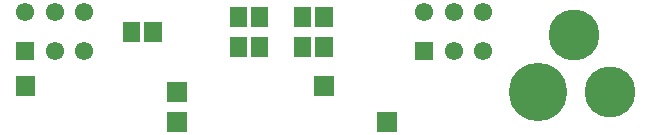
<source format=gbr>
G04 start of page 6 for group -4063 idx -4063 *
G04 Title: (unknown), componentmask *
G04 Creator: pcb 20110918 *
G04 CreationDate: Sat 30 Jan 2016 03:31:44 AM GMT UTC *
G04 For: railfan *
G04 Format: Gerber/RS-274X *
G04 PCB-Dimensions: 250000 50000 *
G04 PCB-Coordinate-Origin: lower left *
%MOIN*%
%FSLAX25Y25*%
%LNTOPMASK*%
%ADD43R,0.0572X0.0572*%
%ADD42C,0.0610*%
%ADD41C,0.0001*%
%ADD40C,0.1700*%
%ADD39C,0.1950*%
G54D39*X196000Y17500D03*
G54D40*X220000D03*
X208000Y36500D03*
G54D41*G36*
X121200Y22800D02*Y16200D01*
X127800D01*
Y22800D01*
X121200D01*
G37*
G36*
X142200Y10800D02*Y4200D01*
X148800D01*
Y10800D01*
X142200D01*
G37*
G36*
X154824Y34058D02*Y27958D01*
X160924D01*
Y34058D01*
X154824D01*
G37*
G54D42*X167717Y31008D03*
X177559D03*
X157874Y44000D03*
X167717D03*
X177559D03*
G54D41*G36*
X21824Y34058D02*Y27958D01*
X27924D01*
Y34058D01*
X21824D01*
G37*
G54D42*X34717Y31008D03*
X44559D03*
X24874Y44000D03*
X34717D03*
X44559D03*
G54D41*G36*
X21700Y22800D02*Y16200D01*
X28300D01*
Y22800D01*
X21700D01*
G37*
G36*
X72200Y20800D02*Y14200D01*
X78800D01*
Y20800D01*
X72200D01*
G37*
G36*
Y10800D02*Y4200D01*
X78800D01*
Y10800D01*
X72200D01*
G37*
G54D43*X95957Y42893D02*Y42107D01*
X103043Y42893D02*Y42107D01*
X95957Y32893D02*Y32107D01*
X103043Y32893D02*Y32107D01*
X60457Y37893D02*Y37107D01*
X67543Y37893D02*Y37107D01*
X117457Y42893D02*Y42107D01*
X124543Y42893D02*Y42107D01*
X117457Y32893D02*Y32107D01*
X124543Y32893D02*Y32107D01*
M02*

</source>
